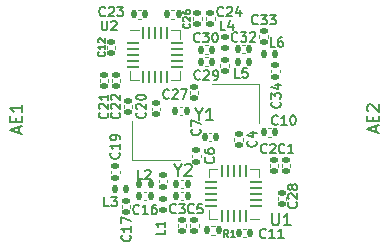
<source format=gbr>
%TF.GenerationSoftware,KiCad,Pcbnew,6.0.7-f9a2dced07~116~ubuntu20.04.1*%
%TF.CreationDate,2022-09-24T19:15:38+02:00*%
%TF.ProjectId,SRRReceiver,53525252-6563-4656-9976-65722e6b6963,rev?*%
%TF.SameCoordinates,Original*%
%TF.FileFunction,Legend,Top*%
%TF.FilePolarity,Positive*%
%FSLAX46Y46*%
G04 Gerber Fmt 4.6, Leading zero omitted, Abs format (unit mm)*
G04 Created by KiCad (PCBNEW 6.0.7-f9a2dced07~116~ubuntu20.04.1) date 2022-09-24 19:15:38*
%MOMM*%
%LPD*%
G01*
G04 APERTURE LIST*
G04 Aperture macros list*
%AMRoundRect*
0 Rectangle with rounded corners*
0 $1 Rounding radius*
0 $2 $3 $4 $5 $6 $7 $8 $9 X,Y pos of 4 corners*
0 Add a 4 corners polygon primitive as box body*
4,1,4,$2,$3,$4,$5,$6,$7,$8,$9,$2,$3,0*
0 Add four circle primitives for the rounded corners*
1,1,$1+$1,$2,$3*
1,1,$1+$1,$4,$5*
1,1,$1+$1,$6,$7*
1,1,$1+$1,$8,$9*
0 Add four rect primitives between the rounded corners*
20,1,$1+$1,$2,$3,$4,$5,0*
20,1,$1+$1,$4,$5,$6,$7,0*
20,1,$1+$1,$6,$7,$8,$9,0*
20,1,$1+$1,$8,$9,$2,$3,0*%
G04 Aperture macros list end*
%ADD10C,0.150000*%
%ADD11C,0.120000*%
%ADD12R,1.400000X1.200000*%
%ADD13RoundRect,0.140000X0.170000X-0.140000X0.170000X0.140000X-0.170000X0.140000X-0.170000X-0.140000X0*%
%ADD14RoundRect,0.140000X-0.170000X0.140000X-0.170000X-0.140000X0.170000X-0.140000X0.170000X0.140000X0*%
%ADD15RoundRect,0.140000X-0.140000X-0.170000X0.140000X-0.170000X0.140000X0.170000X-0.140000X0.170000X0*%
%ADD16RoundRect,0.147500X0.147500X0.172500X-0.147500X0.172500X-0.147500X-0.172500X0.147500X-0.172500X0*%
%ADD17RoundRect,0.140000X0.140000X0.170000X-0.140000X0.170000X-0.140000X-0.170000X0.140000X-0.170000X0*%
%ADD18RoundRect,0.062500X-0.425000X-0.062500X0.425000X-0.062500X0.425000X0.062500X-0.425000X0.062500X0*%
%ADD19RoundRect,0.062500X-0.062500X-0.425000X0.062500X-0.425000X0.062500X0.425000X-0.062500X0.425000X0*%
%ADD20R,2.400000X2.400000*%
%ADD21RoundRect,0.062500X0.425000X0.062500X-0.425000X0.062500X-0.425000X-0.062500X0.425000X-0.062500X0*%
%ADD22RoundRect,0.062500X0.062500X0.425000X-0.062500X0.425000X-0.062500X-0.425000X0.062500X-0.425000X0*%
%ADD23RoundRect,0.147500X-0.147500X-0.172500X0.147500X-0.172500X0.147500X0.172500X-0.147500X0.172500X0*%
%ADD24RoundRect,0.147500X0.172500X-0.147500X0.172500X0.147500X-0.172500X0.147500X-0.172500X-0.147500X0*%
%ADD25RoundRect,0.135000X-0.135000X-0.185000X0.135000X-0.185000X0.135000X0.185000X-0.135000X0.185000X0*%
%ADD26RoundRect,0.147500X-0.172500X0.147500X-0.172500X-0.147500X0.172500X-0.147500X0.172500X0.147500X0*%
%ADD27RoundRect,0.135000X0.135000X0.185000X-0.135000X0.185000X-0.135000X-0.185000X0.135000X-0.185000X0*%
G04 APERTURE END LIST*
D10*
%TO.C,Y2*%
X122823809Y-93576190D02*
X122823809Y-94052380D01*
X122490476Y-93052380D02*
X122823809Y-93576190D01*
X123157142Y-93052380D01*
X123442857Y-93147619D02*
X123490476Y-93100000D01*
X123585714Y-93052380D01*
X123823809Y-93052380D01*
X123919047Y-93100000D01*
X123966666Y-93147619D01*
X124014285Y-93242857D01*
X124014285Y-93338095D01*
X123966666Y-93480952D01*
X123395238Y-94052380D01*
X124014285Y-94052380D01*
%TO.C,Y1*%
X124623809Y-88876190D02*
X124623809Y-89352380D01*
X124290476Y-88352380D02*
X124623809Y-88876190D01*
X124957142Y-88352380D01*
X125814285Y-89352380D02*
X125242857Y-89352380D01*
X125528571Y-89352380D02*
X125528571Y-88352380D01*
X125433333Y-88495238D01*
X125338095Y-88590476D01*
X125242857Y-88638095D01*
%TO.C,C5*%
X124166666Y-97185714D02*
X124128571Y-97223809D01*
X124014285Y-97261904D01*
X123938095Y-97261904D01*
X123823809Y-97223809D01*
X123747619Y-97147619D01*
X123709523Y-97071428D01*
X123671428Y-96919047D01*
X123671428Y-96804761D01*
X123709523Y-96652380D01*
X123747619Y-96576190D01*
X123823809Y-96500000D01*
X123938095Y-96461904D01*
X124014285Y-96461904D01*
X124128571Y-96500000D01*
X124166666Y-96538095D01*
X124890476Y-96461904D02*
X124509523Y-96461904D01*
X124471428Y-96842857D01*
X124509523Y-96804761D01*
X124585714Y-96766666D01*
X124776190Y-96766666D01*
X124852380Y-96804761D01*
X124890476Y-96842857D01*
X124928571Y-96919047D01*
X124928571Y-97109523D01*
X124890476Y-97185714D01*
X124852380Y-97223809D01*
X124776190Y-97261904D01*
X124585714Y-97261904D01*
X124509523Y-97223809D01*
X124471428Y-97185714D01*
%TO.C,C6*%
X125845714Y-92521487D02*
X125883809Y-92559582D01*
X125921904Y-92673868D01*
X125921904Y-92750058D01*
X125883809Y-92864344D01*
X125807619Y-92940534D01*
X125731428Y-92978630D01*
X125579047Y-93016725D01*
X125464761Y-93016725D01*
X125312380Y-92978630D01*
X125236190Y-92940534D01*
X125160000Y-92864344D01*
X125121904Y-92750058D01*
X125121904Y-92673868D01*
X125160000Y-92559582D01*
X125198095Y-92521487D01*
X125121904Y-91835773D02*
X125121904Y-91988154D01*
X125160000Y-92064344D01*
X125198095Y-92102439D01*
X125312380Y-92178630D01*
X125464761Y-92216725D01*
X125769523Y-92216725D01*
X125845714Y-92178630D01*
X125883809Y-92140534D01*
X125921904Y-92064344D01*
X125921904Y-91911963D01*
X125883809Y-91835773D01*
X125845714Y-91797677D01*
X125769523Y-91759582D01*
X125579047Y-91759582D01*
X125502857Y-91797677D01*
X125464761Y-91835773D01*
X125426666Y-91911963D01*
X125426666Y-92064344D01*
X125464761Y-92140534D01*
X125502857Y-92178630D01*
X125579047Y-92216725D01*
%TO.C,C7*%
X124685714Y-90133333D02*
X124723809Y-90171428D01*
X124761904Y-90285714D01*
X124761904Y-90361904D01*
X124723809Y-90476190D01*
X124647619Y-90552380D01*
X124571428Y-90590476D01*
X124419047Y-90628571D01*
X124304761Y-90628571D01*
X124152380Y-90590476D01*
X124076190Y-90552380D01*
X124000000Y-90476190D01*
X123961904Y-90361904D01*
X123961904Y-90285714D01*
X124000000Y-90171428D01*
X124038095Y-90133333D01*
X123961904Y-89866666D02*
X123961904Y-89333333D01*
X124761904Y-89676190D01*
%TO.C,C32*%
X127885714Y-82635714D02*
X127847619Y-82673809D01*
X127733333Y-82711904D01*
X127657142Y-82711904D01*
X127542857Y-82673809D01*
X127466666Y-82597619D01*
X127428571Y-82521428D01*
X127390476Y-82369047D01*
X127390476Y-82254761D01*
X127428571Y-82102380D01*
X127466666Y-82026190D01*
X127542857Y-81950000D01*
X127657142Y-81911904D01*
X127733333Y-81911904D01*
X127847619Y-81950000D01*
X127885714Y-81988095D01*
X128152380Y-81911904D02*
X128647619Y-81911904D01*
X128380952Y-82216666D01*
X128495238Y-82216666D01*
X128571428Y-82254761D01*
X128609523Y-82292857D01*
X128647619Y-82369047D01*
X128647619Y-82559523D01*
X128609523Y-82635714D01*
X128571428Y-82673809D01*
X128495238Y-82711904D01*
X128266666Y-82711904D01*
X128190476Y-82673809D01*
X128152380Y-82635714D01*
X128952380Y-81988095D02*
X128990476Y-81950000D01*
X129066666Y-81911904D01*
X129257142Y-81911904D01*
X129333333Y-81950000D01*
X129371428Y-81988095D01*
X129409523Y-82064285D01*
X129409523Y-82140476D01*
X129371428Y-82254761D01*
X128914285Y-82711904D01*
X129409523Y-82711904D01*
%TO.C,L6*%
X131066666Y-83161904D02*
X130685714Y-83161904D01*
X130685714Y-82361904D01*
X131676190Y-82361904D02*
X131523809Y-82361904D01*
X131447619Y-82400000D01*
X131409523Y-82438095D01*
X131333333Y-82552380D01*
X131295238Y-82704761D01*
X131295238Y-83009523D01*
X131333333Y-83085714D01*
X131371428Y-83123809D01*
X131447619Y-83161904D01*
X131600000Y-83161904D01*
X131676190Y-83123809D01*
X131714285Y-83085714D01*
X131752380Y-83009523D01*
X131752380Y-82819047D01*
X131714285Y-82742857D01*
X131676190Y-82704761D01*
X131600000Y-82666666D01*
X131447619Y-82666666D01*
X131371428Y-82704761D01*
X131333333Y-82742857D01*
X131295238Y-82819047D01*
%TO.C,L5*%
X128066666Y-85761904D02*
X127685714Y-85761904D01*
X127685714Y-84961904D01*
X128714285Y-84961904D02*
X128333333Y-84961904D01*
X128295238Y-85342857D01*
X128333333Y-85304761D01*
X128409523Y-85266666D01*
X128600000Y-85266666D01*
X128676190Y-85304761D01*
X128714285Y-85342857D01*
X128752380Y-85419047D01*
X128752380Y-85609523D01*
X128714285Y-85685714D01*
X128676190Y-85723809D01*
X128600000Y-85761904D01*
X128409523Y-85761904D01*
X128333333Y-85723809D01*
X128295238Y-85685714D01*
%TO.C,AE2*%
X139576666Y-90366666D02*
X139576666Y-89890476D01*
X139862380Y-90461904D02*
X138862380Y-90128571D01*
X139862380Y-89795238D01*
X139338571Y-89461904D02*
X139338571Y-89128571D01*
X139862380Y-88985714D02*
X139862380Y-89461904D01*
X138862380Y-89461904D01*
X138862380Y-88985714D01*
X138957619Y-88604761D02*
X138910000Y-88557142D01*
X138862380Y-88461904D01*
X138862380Y-88223809D01*
X138910000Y-88128571D01*
X138957619Y-88080952D01*
X139052857Y-88033333D01*
X139148095Y-88033333D01*
X139290952Y-88080952D01*
X139862380Y-88652380D01*
X139862380Y-88033333D01*
%TO.C,U2*%
X116390476Y-80961904D02*
X116390476Y-81609523D01*
X116428571Y-81685714D01*
X116466666Y-81723809D01*
X116542857Y-81761904D01*
X116695238Y-81761904D01*
X116771428Y-81723809D01*
X116809523Y-81685714D01*
X116847619Y-81609523D01*
X116847619Y-80961904D01*
X117190476Y-81038095D02*
X117228571Y-81000000D01*
X117304761Y-80961904D01*
X117495238Y-80961904D01*
X117571428Y-81000000D01*
X117609523Y-81038095D01*
X117647619Y-81114285D01*
X117647619Y-81190476D01*
X117609523Y-81304761D01*
X117152380Y-81761904D01*
X117647619Y-81761904D01*
%TO.C,C33*%
X129585714Y-81185714D02*
X129547619Y-81223809D01*
X129433333Y-81261904D01*
X129357142Y-81261904D01*
X129242857Y-81223809D01*
X129166666Y-81147619D01*
X129128571Y-81071428D01*
X129090476Y-80919047D01*
X129090476Y-80804761D01*
X129128571Y-80652380D01*
X129166666Y-80576190D01*
X129242857Y-80500000D01*
X129357142Y-80461904D01*
X129433333Y-80461904D01*
X129547619Y-80500000D01*
X129585714Y-80538095D01*
X129852380Y-80461904D02*
X130347619Y-80461904D01*
X130080952Y-80766666D01*
X130195238Y-80766666D01*
X130271428Y-80804761D01*
X130309523Y-80842857D01*
X130347619Y-80919047D01*
X130347619Y-81109523D01*
X130309523Y-81185714D01*
X130271428Y-81223809D01*
X130195238Y-81261904D01*
X129966666Y-81261904D01*
X129890476Y-81223809D01*
X129852380Y-81185714D01*
X130614285Y-80461904D02*
X131109523Y-80461904D01*
X130842857Y-80766666D01*
X130957142Y-80766666D01*
X131033333Y-80804761D01*
X131071428Y-80842857D01*
X131109523Y-80919047D01*
X131109523Y-81109523D01*
X131071428Y-81185714D01*
X131033333Y-81223809D01*
X130957142Y-81261904D01*
X130728571Y-81261904D01*
X130652380Y-81223809D01*
X130614285Y-81185714D01*
%TO.C,C2*%
X130366666Y-92085714D02*
X130328571Y-92123809D01*
X130214285Y-92161904D01*
X130138095Y-92161904D01*
X130023809Y-92123809D01*
X129947619Y-92047619D01*
X129909523Y-91971428D01*
X129871428Y-91819047D01*
X129871428Y-91704761D01*
X129909523Y-91552380D01*
X129947619Y-91476190D01*
X130023809Y-91400000D01*
X130138095Y-91361904D01*
X130214285Y-91361904D01*
X130328571Y-91400000D01*
X130366666Y-91438095D01*
X130671428Y-91438095D02*
X130709523Y-91400000D01*
X130785714Y-91361904D01*
X130976190Y-91361904D01*
X131052380Y-91400000D01*
X131090476Y-91438095D01*
X131128571Y-91514285D01*
X131128571Y-91590476D01*
X131090476Y-91704761D01*
X130633333Y-92161904D01*
X131128571Y-92161904D01*
%TO.C,C28*%
X132885714Y-96314285D02*
X132923809Y-96352380D01*
X132961904Y-96466666D01*
X132961904Y-96542857D01*
X132923809Y-96657142D01*
X132847619Y-96733333D01*
X132771428Y-96771428D01*
X132619047Y-96809523D01*
X132504761Y-96809523D01*
X132352380Y-96771428D01*
X132276190Y-96733333D01*
X132200000Y-96657142D01*
X132161904Y-96542857D01*
X132161904Y-96466666D01*
X132200000Y-96352380D01*
X132238095Y-96314285D01*
X132238095Y-96009523D02*
X132200000Y-95971428D01*
X132161904Y-95895238D01*
X132161904Y-95704761D01*
X132200000Y-95628571D01*
X132238095Y-95590476D01*
X132314285Y-95552380D01*
X132390476Y-95552380D01*
X132504761Y-95590476D01*
X132961904Y-96047619D01*
X132961904Y-95552380D01*
X132504761Y-95095238D02*
X132466666Y-95171428D01*
X132428571Y-95209523D01*
X132352380Y-95247619D01*
X132314285Y-95247619D01*
X132238095Y-95209523D01*
X132200000Y-95171428D01*
X132161904Y-95095238D01*
X132161904Y-94942857D01*
X132200000Y-94866666D01*
X132238095Y-94828571D01*
X132314285Y-94790476D01*
X132352380Y-94790476D01*
X132428571Y-94828571D01*
X132466666Y-94866666D01*
X132504761Y-94942857D01*
X132504761Y-95095238D01*
X132542857Y-95171428D01*
X132580952Y-95209523D01*
X132657142Y-95247619D01*
X132809523Y-95247619D01*
X132885714Y-95209523D01*
X132923809Y-95171428D01*
X132961904Y-95095238D01*
X132961904Y-94942857D01*
X132923809Y-94866666D01*
X132885714Y-94828571D01*
X132809523Y-94790476D01*
X132657142Y-94790476D01*
X132580952Y-94828571D01*
X132542857Y-94866666D01*
X132504761Y-94942857D01*
%TO.C,U1*%
X130838095Y-97252380D02*
X130838095Y-98061904D01*
X130885714Y-98157142D01*
X130933333Y-98204761D01*
X131028571Y-98252380D01*
X131219047Y-98252380D01*
X131314285Y-98204761D01*
X131361904Y-98157142D01*
X131409523Y-98061904D01*
X131409523Y-97252380D01*
X132409523Y-98252380D02*
X131838095Y-98252380D01*
X132123809Y-98252380D02*
X132123809Y-97252380D01*
X132028571Y-97395238D01*
X131933333Y-97490476D01*
X131838095Y-97538095D01*
%TO.C,L2*%
X119857916Y-94361904D02*
X119476964Y-94361904D01*
X119476964Y-93561904D01*
X120086488Y-93638095D02*
X120124583Y-93600000D01*
X120200773Y-93561904D01*
X120391250Y-93561904D01*
X120467440Y-93600000D01*
X120505535Y-93638095D01*
X120543630Y-93714285D01*
X120543630Y-93790476D01*
X120505535Y-93904761D01*
X120048392Y-94361904D01*
X120543630Y-94361904D01*
%TO.C,C21*%
X116885714Y-88714285D02*
X116923809Y-88752380D01*
X116961904Y-88866666D01*
X116961904Y-88942857D01*
X116923809Y-89057142D01*
X116847619Y-89133333D01*
X116771428Y-89171428D01*
X116619047Y-89209523D01*
X116504761Y-89209523D01*
X116352380Y-89171428D01*
X116276190Y-89133333D01*
X116200000Y-89057142D01*
X116161904Y-88942857D01*
X116161904Y-88866666D01*
X116200000Y-88752380D01*
X116238095Y-88714285D01*
X116238095Y-88409523D02*
X116200000Y-88371428D01*
X116161904Y-88295238D01*
X116161904Y-88104761D01*
X116200000Y-88028571D01*
X116238095Y-87990476D01*
X116314285Y-87952380D01*
X116390476Y-87952380D01*
X116504761Y-87990476D01*
X116961904Y-88447619D01*
X116961904Y-87952380D01*
X116961904Y-87190476D02*
X116961904Y-87647619D01*
X116961904Y-87419047D02*
X116161904Y-87419047D01*
X116276190Y-87495238D01*
X116352380Y-87571428D01*
X116390476Y-87647619D01*
%TO.C,C24*%
X126685714Y-80485714D02*
X126647619Y-80523809D01*
X126533333Y-80561904D01*
X126457142Y-80561904D01*
X126342857Y-80523809D01*
X126266666Y-80447619D01*
X126228571Y-80371428D01*
X126190476Y-80219047D01*
X126190476Y-80104761D01*
X126228571Y-79952380D01*
X126266666Y-79876190D01*
X126342857Y-79800000D01*
X126457142Y-79761904D01*
X126533333Y-79761904D01*
X126647619Y-79800000D01*
X126685714Y-79838095D01*
X126990476Y-79838095D02*
X127028571Y-79800000D01*
X127104761Y-79761904D01*
X127295238Y-79761904D01*
X127371428Y-79800000D01*
X127409523Y-79838095D01*
X127447619Y-79914285D01*
X127447619Y-79990476D01*
X127409523Y-80104761D01*
X126952380Y-80561904D01*
X127447619Y-80561904D01*
X128133333Y-80028571D02*
X128133333Y-80561904D01*
X127942857Y-79723809D02*
X127752380Y-80295238D01*
X128247619Y-80295238D01*
%TO.C,C20*%
X120045714Y-88714285D02*
X120083809Y-88752380D01*
X120121904Y-88866666D01*
X120121904Y-88942857D01*
X120083809Y-89057142D01*
X120007619Y-89133333D01*
X119931428Y-89171428D01*
X119779047Y-89209523D01*
X119664761Y-89209523D01*
X119512380Y-89171428D01*
X119436190Y-89133333D01*
X119360000Y-89057142D01*
X119321904Y-88942857D01*
X119321904Y-88866666D01*
X119360000Y-88752380D01*
X119398095Y-88714285D01*
X119398095Y-88409523D02*
X119360000Y-88371428D01*
X119321904Y-88295238D01*
X119321904Y-88104761D01*
X119360000Y-88028571D01*
X119398095Y-87990476D01*
X119474285Y-87952380D01*
X119550476Y-87952380D01*
X119664761Y-87990476D01*
X120121904Y-88447619D01*
X120121904Y-87952380D01*
X119321904Y-87457142D02*
X119321904Y-87380952D01*
X119360000Y-87304761D01*
X119398095Y-87266666D01*
X119474285Y-87228571D01*
X119626666Y-87190476D01*
X119817142Y-87190476D01*
X119969523Y-87228571D01*
X120045714Y-87266666D01*
X120083809Y-87304761D01*
X120121904Y-87380952D01*
X120121904Y-87457142D01*
X120083809Y-87533333D01*
X120045714Y-87571428D01*
X119969523Y-87609523D01*
X119817142Y-87647619D01*
X119626666Y-87647619D01*
X119474285Y-87609523D01*
X119398095Y-87571428D01*
X119360000Y-87533333D01*
X119321904Y-87457142D01*
%TO.C,C19*%
X117835714Y-92114285D02*
X117873809Y-92152380D01*
X117911904Y-92266666D01*
X117911904Y-92342857D01*
X117873809Y-92457142D01*
X117797619Y-92533333D01*
X117721428Y-92571428D01*
X117569047Y-92609523D01*
X117454761Y-92609523D01*
X117302380Y-92571428D01*
X117226190Y-92533333D01*
X117150000Y-92457142D01*
X117111904Y-92342857D01*
X117111904Y-92266666D01*
X117150000Y-92152380D01*
X117188095Y-92114285D01*
X117911904Y-91352380D02*
X117911904Y-91809523D01*
X117911904Y-91580952D02*
X117111904Y-91580952D01*
X117226190Y-91657142D01*
X117302380Y-91733333D01*
X117340476Y-91809523D01*
X117911904Y-90971428D02*
X117911904Y-90819047D01*
X117873809Y-90742857D01*
X117835714Y-90704761D01*
X117721428Y-90628571D01*
X117569047Y-90590476D01*
X117264285Y-90590476D01*
X117188095Y-90628571D01*
X117150000Y-90666666D01*
X117111904Y-90742857D01*
X117111904Y-90895238D01*
X117150000Y-90971428D01*
X117188095Y-91009523D01*
X117264285Y-91047619D01*
X117454761Y-91047619D01*
X117530952Y-91009523D01*
X117569047Y-90971428D01*
X117607142Y-90895238D01*
X117607142Y-90742857D01*
X117569047Y-90666666D01*
X117530952Y-90628571D01*
X117454761Y-90590476D01*
%TO.C,C1*%
X131866666Y-92085714D02*
X131828571Y-92123809D01*
X131714285Y-92161904D01*
X131638095Y-92161904D01*
X131523809Y-92123809D01*
X131447619Y-92047619D01*
X131409523Y-91971428D01*
X131371428Y-91819047D01*
X131371428Y-91704761D01*
X131409523Y-91552380D01*
X131447619Y-91476190D01*
X131523809Y-91400000D01*
X131638095Y-91361904D01*
X131714285Y-91361904D01*
X131828571Y-91400000D01*
X131866666Y-91438095D01*
X132628571Y-92161904D02*
X132171428Y-92161904D01*
X132400000Y-92161904D02*
X132400000Y-91361904D01*
X132323809Y-91476190D01*
X132247619Y-91552380D01*
X132171428Y-91590476D01*
%TO.C,C12*%
X116614285Y-83585714D02*
X116642857Y-83614285D01*
X116671428Y-83700000D01*
X116671428Y-83757142D01*
X116642857Y-83842857D01*
X116585714Y-83900000D01*
X116528571Y-83928571D01*
X116414285Y-83957142D01*
X116328571Y-83957142D01*
X116214285Y-83928571D01*
X116157142Y-83900000D01*
X116100000Y-83842857D01*
X116071428Y-83757142D01*
X116071428Y-83700000D01*
X116100000Y-83614285D01*
X116128571Y-83585714D01*
X116671428Y-83014285D02*
X116671428Y-83357142D01*
X116671428Y-83185714D02*
X116071428Y-83185714D01*
X116157142Y-83242857D01*
X116214285Y-83300000D01*
X116242857Y-83357142D01*
X116128571Y-82785714D02*
X116100000Y-82757142D01*
X116071428Y-82700000D01*
X116071428Y-82557142D01*
X116100000Y-82500000D01*
X116128571Y-82471428D01*
X116185714Y-82442857D01*
X116242857Y-82442857D01*
X116328571Y-82471428D01*
X116671428Y-82814285D01*
X116671428Y-82442857D01*
%TO.C,C11*%
X130285714Y-99273214D02*
X130247619Y-99311309D01*
X130133333Y-99349404D01*
X130057142Y-99349404D01*
X129942857Y-99311309D01*
X129866666Y-99235119D01*
X129828571Y-99158928D01*
X129790476Y-99006547D01*
X129790476Y-98892261D01*
X129828571Y-98739880D01*
X129866666Y-98663690D01*
X129942857Y-98587500D01*
X130057142Y-98549404D01*
X130133333Y-98549404D01*
X130247619Y-98587500D01*
X130285714Y-98625595D01*
X131047619Y-99349404D02*
X130590476Y-99349404D01*
X130819047Y-99349404D02*
X130819047Y-98549404D01*
X130742857Y-98663690D01*
X130666666Y-98739880D01*
X130590476Y-98777976D01*
X131809523Y-99349404D02*
X131352380Y-99349404D01*
X131580952Y-99349404D02*
X131580952Y-98549404D01*
X131504761Y-98663690D01*
X131428571Y-98739880D01*
X131352380Y-98777976D01*
%TO.C,C27*%
X122085714Y-87485714D02*
X122047619Y-87523809D01*
X121933333Y-87561904D01*
X121857142Y-87561904D01*
X121742857Y-87523809D01*
X121666666Y-87447619D01*
X121628571Y-87371428D01*
X121590476Y-87219047D01*
X121590476Y-87104761D01*
X121628571Y-86952380D01*
X121666666Y-86876190D01*
X121742857Y-86800000D01*
X121857142Y-86761904D01*
X121933333Y-86761904D01*
X122047619Y-86800000D01*
X122085714Y-86838095D01*
X122390476Y-86838095D02*
X122428571Y-86800000D01*
X122504761Y-86761904D01*
X122695238Y-86761904D01*
X122771428Y-86800000D01*
X122809523Y-86838095D01*
X122847619Y-86914285D01*
X122847619Y-86990476D01*
X122809523Y-87104761D01*
X122352380Y-87561904D01*
X122847619Y-87561904D01*
X123114285Y-86761904D02*
X123647619Y-86761904D01*
X123304761Y-87561904D01*
%TO.C,C3*%
X122666666Y-97185714D02*
X122628571Y-97223809D01*
X122514285Y-97261904D01*
X122438095Y-97261904D01*
X122323809Y-97223809D01*
X122247619Y-97147619D01*
X122209523Y-97071428D01*
X122171428Y-96919047D01*
X122171428Y-96804761D01*
X122209523Y-96652380D01*
X122247619Y-96576190D01*
X122323809Y-96500000D01*
X122438095Y-96461904D01*
X122514285Y-96461904D01*
X122628571Y-96500000D01*
X122666666Y-96538095D01*
X122933333Y-96461904D02*
X123428571Y-96461904D01*
X123161904Y-96766666D01*
X123276190Y-96766666D01*
X123352380Y-96804761D01*
X123390476Y-96842857D01*
X123428571Y-96919047D01*
X123428571Y-97109523D01*
X123390476Y-97185714D01*
X123352380Y-97223809D01*
X123276190Y-97261904D01*
X123047619Y-97261904D01*
X122971428Y-97223809D01*
X122933333Y-97185714D01*
%TO.C,C10*%
X131285714Y-89685714D02*
X131247619Y-89723809D01*
X131133333Y-89761904D01*
X131057142Y-89761904D01*
X130942857Y-89723809D01*
X130866666Y-89647619D01*
X130828571Y-89571428D01*
X130790476Y-89419047D01*
X130790476Y-89304761D01*
X130828571Y-89152380D01*
X130866666Y-89076190D01*
X130942857Y-89000000D01*
X131057142Y-88961904D01*
X131133333Y-88961904D01*
X131247619Y-89000000D01*
X131285714Y-89038095D01*
X132047619Y-89761904D02*
X131590476Y-89761904D01*
X131819047Y-89761904D02*
X131819047Y-88961904D01*
X131742857Y-89076190D01*
X131666666Y-89152380D01*
X131590476Y-89190476D01*
X132542857Y-88961904D02*
X132619047Y-88961904D01*
X132695238Y-89000000D01*
X132733333Y-89038095D01*
X132771428Y-89114285D01*
X132809523Y-89266666D01*
X132809523Y-89457142D01*
X132771428Y-89609523D01*
X132733333Y-89685714D01*
X132695238Y-89723809D01*
X132619047Y-89761904D01*
X132542857Y-89761904D01*
X132466666Y-89723809D01*
X132428571Y-89685714D01*
X132390476Y-89609523D01*
X132352380Y-89457142D01*
X132352380Y-89266666D01*
X132390476Y-89114285D01*
X132428571Y-89038095D01*
X132466666Y-89000000D01*
X132542857Y-88961904D01*
%TO.C,C29*%
X124735714Y-85845714D02*
X124697619Y-85883809D01*
X124583333Y-85921904D01*
X124507142Y-85921904D01*
X124392857Y-85883809D01*
X124316666Y-85807619D01*
X124278571Y-85731428D01*
X124240476Y-85579047D01*
X124240476Y-85464761D01*
X124278571Y-85312380D01*
X124316666Y-85236190D01*
X124392857Y-85160000D01*
X124507142Y-85121904D01*
X124583333Y-85121904D01*
X124697619Y-85160000D01*
X124735714Y-85198095D01*
X125040476Y-85198095D02*
X125078571Y-85160000D01*
X125154761Y-85121904D01*
X125345238Y-85121904D01*
X125421428Y-85160000D01*
X125459523Y-85198095D01*
X125497619Y-85274285D01*
X125497619Y-85350476D01*
X125459523Y-85464761D01*
X125002380Y-85921904D01*
X125497619Y-85921904D01*
X125878571Y-85921904D02*
X126030952Y-85921904D01*
X126107142Y-85883809D01*
X126145238Y-85845714D01*
X126221428Y-85731428D01*
X126259523Y-85579047D01*
X126259523Y-85274285D01*
X126221428Y-85198095D01*
X126183333Y-85160000D01*
X126107142Y-85121904D01*
X125954761Y-85121904D01*
X125878571Y-85160000D01*
X125840476Y-85198095D01*
X125802380Y-85274285D01*
X125802380Y-85464761D01*
X125840476Y-85540952D01*
X125878571Y-85579047D01*
X125954761Y-85617142D01*
X126107142Y-85617142D01*
X126183333Y-85579047D01*
X126221428Y-85540952D01*
X126259523Y-85464761D01*
%TO.C,C4*%
X129424464Y-91121487D02*
X129462559Y-91159582D01*
X129500654Y-91273868D01*
X129500654Y-91350058D01*
X129462559Y-91464344D01*
X129386369Y-91540534D01*
X129310178Y-91578630D01*
X129157797Y-91616725D01*
X129043511Y-91616725D01*
X128891130Y-91578630D01*
X128814940Y-91540534D01*
X128738750Y-91464344D01*
X128700654Y-91350058D01*
X128700654Y-91273868D01*
X128738750Y-91159582D01*
X128776845Y-91121487D01*
X128967321Y-90435773D02*
X129500654Y-90435773D01*
X128662559Y-90626249D02*
X129233988Y-90816725D01*
X129233988Y-90321487D01*
%TO.C,C16*%
X119544464Y-97245714D02*
X119506369Y-97283809D01*
X119392083Y-97321904D01*
X119315892Y-97321904D01*
X119201607Y-97283809D01*
X119125416Y-97207619D01*
X119087321Y-97131428D01*
X119049226Y-96979047D01*
X119049226Y-96864761D01*
X119087321Y-96712380D01*
X119125416Y-96636190D01*
X119201607Y-96560000D01*
X119315892Y-96521904D01*
X119392083Y-96521904D01*
X119506369Y-96560000D01*
X119544464Y-96598095D01*
X120306369Y-97321904D02*
X119849226Y-97321904D01*
X120077797Y-97321904D02*
X120077797Y-96521904D01*
X120001607Y-96636190D01*
X119925416Y-96712380D01*
X119849226Y-96750476D01*
X120992083Y-96521904D02*
X120839702Y-96521904D01*
X120763511Y-96560000D01*
X120725416Y-96598095D01*
X120649226Y-96712380D01*
X120611130Y-96864761D01*
X120611130Y-97169523D01*
X120649226Y-97245714D01*
X120687321Y-97283809D01*
X120763511Y-97321904D01*
X120915892Y-97321904D01*
X120992083Y-97283809D01*
X121030178Y-97245714D01*
X121068273Y-97169523D01*
X121068273Y-96979047D01*
X121030178Y-96902857D01*
X120992083Y-96864761D01*
X120915892Y-96826666D01*
X120763511Y-96826666D01*
X120687321Y-96864761D01*
X120649226Y-96902857D01*
X120611130Y-96979047D01*
%TO.C,L4*%
X126866666Y-81761904D02*
X126485714Y-81761904D01*
X126485714Y-80961904D01*
X127476190Y-81228571D02*
X127476190Y-81761904D01*
X127285714Y-80923809D02*
X127095238Y-81495238D01*
X127590476Y-81495238D01*
%TO.C,C30*%
X124685714Y-82685714D02*
X124647619Y-82723809D01*
X124533333Y-82761904D01*
X124457142Y-82761904D01*
X124342857Y-82723809D01*
X124266666Y-82647619D01*
X124228571Y-82571428D01*
X124190476Y-82419047D01*
X124190476Y-82304761D01*
X124228571Y-82152380D01*
X124266666Y-82076190D01*
X124342857Y-82000000D01*
X124457142Y-81961904D01*
X124533333Y-81961904D01*
X124647619Y-82000000D01*
X124685714Y-82038095D01*
X124952380Y-81961904D02*
X125447619Y-81961904D01*
X125180952Y-82266666D01*
X125295238Y-82266666D01*
X125371428Y-82304761D01*
X125409523Y-82342857D01*
X125447619Y-82419047D01*
X125447619Y-82609523D01*
X125409523Y-82685714D01*
X125371428Y-82723809D01*
X125295238Y-82761904D01*
X125066666Y-82761904D01*
X124990476Y-82723809D01*
X124952380Y-82685714D01*
X125942857Y-81961904D02*
X126019047Y-81961904D01*
X126095238Y-82000000D01*
X126133333Y-82038095D01*
X126171428Y-82114285D01*
X126209523Y-82266666D01*
X126209523Y-82457142D01*
X126171428Y-82609523D01*
X126133333Y-82685714D01*
X126095238Y-82723809D01*
X126019047Y-82761904D01*
X125942857Y-82761904D01*
X125866666Y-82723809D01*
X125828571Y-82685714D01*
X125790476Y-82609523D01*
X125752380Y-82457142D01*
X125752380Y-82266666D01*
X125790476Y-82114285D01*
X125828571Y-82038095D01*
X125866666Y-82000000D01*
X125942857Y-81961904D01*
%TO.C,C23*%
X116685714Y-80485714D02*
X116647619Y-80523809D01*
X116533333Y-80561904D01*
X116457142Y-80561904D01*
X116342857Y-80523809D01*
X116266666Y-80447619D01*
X116228571Y-80371428D01*
X116190476Y-80219047D01*
X116190476Y-80104761D01*
X116228571Y-79952380D01*
X116266666Y-79876190D01*
X116342857Y-79800000D01*
X116457142Y-79761904D01*
X116533333Y-79761904D01*
X116647619Y-79800000D01*
X116685714Y-79838095D01*
X116990476Y-79838095D02*
X117028571Y-79800000D01*
X117104761Y-79761904D01*
X117295238Y-79761904D01*
X117371428Y-79800000D01*
X117409523Y-79838095D01*
X117447619Y-79914285D01*
X117447619Y-79990476D01*
X117409523Y-80104761D01*
X116952380Y-80561904D01*
X117447619Y-80561904D01*
X117714285Y-79761904D02*
X118209523Y-79761904D01*
X117942857Y-80066666D01*
X118057142Y-80066666D01*
X118133333Y-80104761D01*
X118171428Y-80142857D01*
X118209523Y-80219047D01*
X118209523Y-80409523D01*
X118171428Y-80485714D01*
X118133333Y-80523809D01*
X118057142Y-80561904D01*
X117828571Y-80561904D01*
X117752380Y-80523809D01*
X117714285Y-80485714D01*
%TO.C,C26*%
X123814285Y-81185714D02*
X123842857Y-81214285D01*
X123871428Y-81300000D01*
X123871428Y-81357142D01*
X123842857Y-81442857D01*
X123785714Y-81500000D01*
X123728571Y-81528571D01*
X123614285Y-81557142D01*
X123528571Y-81557142D01*
X123414285Y-81528571D01*
X123357142Y-81500000D01*
X123300000Y-81442857D01*
X123271428Y-81357142D01*
X123271428Y-81300000D01*
X123300000Y-81214285D01*
X123328571Y-81185714D01*
X123328571Y-80957142D02*
X123300000Y-80928571D01*
X123271428Y-80871428D01*
X123271428Y-80728571D01*
X123300000Y-80671428D01*
X123328571Y-80642857D01*
X123385714Y-80614285D01*
X123442857Y-80614285D01*
X123528571Y-80642857D01*
X123871428Y-80985714D01*
X123871428Y-80614285D01*
X123271428Y-80100000D02*
X123271428Y-80214285D01*
X123300000Y-80271428D01*
X123328571Y-80300000D01*
X123414285Y-80357142D01*
X123528571Y-80385714D01*
X123757142Y-80385714D01*
X123814285Y-80357142D01*
X123842857Y-80328571D01*
X123871428Y-80271428D01*
X123871428Y-80157142D01*
X123842857Y-80100000D01*
X123814285Y-80071428D01*
X123757142Y-80042857D01*
X123614285Y-80042857D01*
X123557142Y-80071428D01*
X123528571Y-80100000D01*
X123500000Y-80157142D01*
X123500000Y-80271428D01*
X123528571Y-80328571D01*
X123557142Y-80357142D01*
X123614285Y-80385714D01*
%TO.C,AE1*%
X109356666Y-90416666D02*
X109356666Y-89940476D01*
X109642380Y-90511904D02*
X108642380Y-90178571D01*
X109642380Y-89845238D01*
X109118571Y-89511904D02*
X109118571Y-89178571D01*
X109642380Y-89035714D02*
X109642380Y-89511904D01*
X108642380Y-89511904D01*
X108642380Y-89035714D01*
X109642380Y-88083333D02*
X109642380Y-88654761D01*
X109642380Y-88369047D02*
X108642380Y-88369047D01*
X108785238Y-88464285D01*
X108880476Y-88559523D01*
X108928095Y-88654761D01*
%TO.C,L1*%
X121761904Y-98633333D02*
X121761904Y-99014285D01*
X120961904Y-99014285D01*
X121761904Y-97947619D02*
X121761904Y-98404761D01*
X121761904Y-98176190D02*
X120961904Y-98176190D01*
X121076190Y-98252380D01*
X121152380Y-98328571D01*
X121190476Y-98404761D01*
%TO.C,C17*%
X118785714Y-99114285D02*
X118823809Y-99152380D01*
X118861904Y-99266666D01*
X118861904Y-99342857D01*
X118823809Y-99457142D01*
X118747619Y-99533333D01*
X118671428Y-99571428D01*
X118519047Y-99609523D01*
X118404761Y-99609523D01*
X118252380Y-99571428D01*
X118176190Y-99533333D01*
X118100000Y-99457142D01*
X118061904Y-99342857D01*
X118061904Y-99266666D01*
X118100000Y-99152380D01*
X118138095Y-99114285D01*
X118861904Y-98352380D02*
X118861904Y-98809523D01*
X118861904Y-98580952D02*
X118061904Y-98580952D01*
X118176190Y-98657142D01*
X118252380Y-98733333D01*
X118290476Y-98809523D01*
X118061904Y-98085714D02*
X118061904Y-97552380D01*
X118861904Y-97895238D01*
%TO.C,L3*%
X117007916Y-96661904D02*
X116626964Y-96661904D01*
X116626964Y-95861904D01*
X117198392Y-95861904D02*
X117693630Y-95861904D01*
X117426964Y-96166666D01*
X117541250Y-96166666D01*
X117617440Y-96204761D01*
X117655535Y-96242857D01*
X117693630Y-96319047D01*
X117693630Y-96509523D01*
X117655535Y-96585714D01*
X117617440Y-96623809D01*
X117541250Y-96661904D01*
X117312678Y-96661904D01*
X117236488Y-96623809D01*
X117198392Y-96585714D01*
%TO.C,C34*%
X131485714Y-87814285D02*
X131523809Y-87852380D01*
X131561904Y-87966666D01*
X131561904Y-88042857D01*
X131523809Y-88157142D01*
X131447619Y-88233333D01*
X131371428Y-88271428D01*
X131219047Y-88309523D01*
X131104761Y-88309523D01*
X130952380Y-88271428D01*
X130876190Y-88233333D01*
X130800000Y-88157142D01*
X130761904Y-88042857D01*
X130761904Y-87966666D01*
X130800000Y-87852380D01*
X130838095Y-87814285D01*
X130761904Y-87547619D02*
X130761904Y-87052380D01*
X131066666Y-87319047D01*
X131066666Y-87204761D01*
X131104761Y-87128571D01*
X131142857Y-87090476D01*
X131219047Y-87052380D01*
X131409523Y-87052380D01*
X131485714Y-87090476D01*
X131523809Y-87128571D01*
X131561904Y-87204761D01*
X131561904Y-87433333D01*
X131523809Y-87509523D01*
X131485714Y-87547619D01*
X131028571Y-86366666D02*
X131561904Y-86366666D01*
X130723809Y-86557142D02*
X131295238Y-86747619D01*
X131295238Y-86252380D01*
%TO.C,C22*%
X117885714Y-88714285D02*
X117923809Y-88752380D01*
X117961904Y-88866666D01*
X117961904Y-88942857D01*
X117923809Y-89057142D01*
X117847619Y-89133333D01*
X117771428Y-89171428D01*
X117619047Y-89209523D01*
X117504761Y-89209523D01*
X117352380Y-89171428D01*
X117276190Y-89133333D01*
X117200000Y-89057142D01*
X117161904Y-88942857D01*
X117161904Y-88866666D01*
X117200000Y-88752380D01*
X117238095Y-88714285D01*
X117238095Y-88409523D02*
X117200000Y-88371428D01*
X117161904Y-88295238D01*
X117161904Y-88104761D01*
X117200000Y-88028571D01*
X117238095Y-87990476D01*
X117314285Y-87952380D01*
X117390476Y-87952380D01*
X117504761Y-87990476D01*
X117961904Y-88447619D01*
X117961904Y-87952380D01*
X117238095Y-87647619D02*
X117200000Y-87609523D01*
X117161904Y-87533333D01*
X117161904Y-87342857D01*
X117200000Y-87266666D01*
X117238095Y-87228571D01*
X117314285Y-87190476D01*
X117390476Y-87190476D01*
X117504761Y-87228571D01*
X117961904Y-87685714D01*
X117961904Y-87190476D01*
%TO.C,R1*%
X127100000Y-99271428D02*
X126900000Y-98985714D01*
X126757142Y-99271428D02*
X126757142Y-98671428D01*
X126985714Y-98671428D01*
X127042857Y-98700000D01*
X127071428Y-98728571D01*
X127100000Y-98785714D01*
X127100000Y-98871428D01*
X127071428Y-98928571D01*
X127042857Y-98957142D01*
X126985714Y-98985714D01*
X126757142Y-98985714D01*
X127671428Y-99271428D02*
X127328571Y-99271428D01*
X127500000Y-99271428D02*
X127500000Y-98671428D01*
X127442857Y-98757142D01*
X127385714Y-98814285D01*
X127328571Y-98842857D01*
D11*
%TO.C,Y2*%
X119000000Y-92750000D02*
X123000000Y-92750000D01*
X119000000Y-89450000D02*
X119000000Y-92750000D01*
%TO.C,Y1*%
X129716250Y-89638154D02*
X129716250Y-86338154D01*
X129716250Y-86338154D02*
X125716250Y-86338154D01*
%TO.C,C5*%
X124597500Y-98407836D02*
X124597500Y-98192164D01*
X123877500Y-98407836D02*
X123877500Y-98192164D01*
%TO.C,C6*%
X124040000Y-92280318D02*
X124040000Y-92495990D01*
X124760000Y-92280318D02*
X124760000Y-92495990D01*
%TO.C,C7*%
X125470914Y-91148154D02*
X125686586Y-91148154D01*
X125470914Y-90428154D02*
X125686586Y-90428154D01*
%TO.C,C32*%
X128292164Y-82990000D02*
X128507836Y-82990000D01*
X128292164Y-83710000D02*
X128507836Y-83710000D01*
%TO.C,C31*%
X127160000Y-84857836D02*
X127160000Y-84642164D01*
X126440000Y-84857836D02*
X126440000Y-84642164D01*
%TO.C,C18*%
X123207836Y-88960000D02*
X122992164Y-88960000D01*
X123207836Y-88240000D02*
X122992164Y-88240000D01*
%TO.C,C15*%
X121960000Y-94392164D02*
X121960000Y-94607836D01*
X121240000Y-94392164D02*
X121240000Y-94607836D01*
%TO.C,U2*%
X119515000Y-85960000D02*
X118790000Y-85960000D01*
X118790000Y-85960000D02*
X118790000Y-85235000D01*
X119515000Y-81740000D02*
X118790000Y-81740000D01*
X122285000Y-85960000D02*
X123010000Y-85960000D01*
X123010000Y-85960000D02*
X123010000Y-85235000D01*
X123010000Y-81740000D02*
X123010000Y-82465000D01*
X122285000Y-81740000D02*
X123010000Y-81740000D01*
%TO.C,C33*%
X129740000Y-82192164D02*
X129740000Y-82407836D01*
X130460000Y-82192164D02*
X130460000Y-82407836D01*
%TO.C,C2*%
X131338750Y-93080318D02*
X131338750Y-93295990D01*
X130618750Y-93080318D02*
X130618750Y-93295990D01*
%TO.C,C28*%
X131298750Y-96095990D02*
X131298750Y-95880318D01*
X132018750Y-96095990D02*
X132018750Y-95880318D01*
%TO.C,C14*%
X123092164Y-96148154D02*
X123307836Y-96148154D01*
X123092164Y-95428154D02*
X123307836Y-95428154D01*
%TO.C,U1*%
X126186250Y-97698154D02*
X125461250Y-97698154D01*
X126186250Y-93478154D02*
X125461250Y-93478154D01*
X128956250Y-93478154D02*
X129681250Y-93478154D01*
X128956250Y-97698154D02*
X129681250Y-97698154D01*
X129681250Y-93478154D02*
X129681250Y-94203154D01*
X125461250Y-93478154D02*
X125461250Y-94203154D01*
X125461250Y-97698154D02*
X125461250Y-96973154D01*
%TO.C,C21*%
X116240000Y-86107836D02*
X116240000Y-85892164D01*
X116960000Y-86107836D02*
X116960000Y-85892164D01*
%TO.C,C24*%
X125240000Y-80642164D02*
X125240000Y-80857836D01*
X125960000Y-80642164D02*
X125960000Y-80857836D01*
%TO.C,C25*%
X120640000Y-88507836D02*
X120640000Y-88292164D01*
X121360000Y-88507836D02*
X121360000Y-88292164D01*
%TO.C,C20*%
X118240000Y-88092164D02*
X118240000Y-88307836D01*
X118960000Y-88092164D02*
X118960000Y-88307836D01*
%TO.C,C19*%
X117910000Y-93642164D02*
X117910000Y-93857836D01*
X117190000Y-93642164D02*
X117190000Y-93857836D01*
%TO.C,C1*%
X131618750Y-93080318D02*
X131618750Y-93295990D01*
X132338750Y-93080318D02*
X132338750Y-93295990D01*
%TO.C,C12*%
X117560000Y-83092164D02*
X117560000Y-83307836D01*
X116840000Y-83092164D02*
X116840000Y-83307836D01*
%TO.C,C11*%
X128607836Y-99260000D02*
X128392164Y-99260000D01*
X128607836Y-98540000D02*
X128392164Y-98540000D01*
%TO.C,C27*%
X124560000Y-87107836D02*
X124560000Y-86892164D01*
X123840000Y-87107836D02*
X123840000Y-86892164D01*
%TO.C,C3*%
X122840000Y-98407836D02*
X122840000Y-98192164D01*
X123560000Y-98407836D02*
X123560000Y-98192164D01*
%TO.C,C10*%
X130707836Y-90760000D02*
X130492164Y-90760000D01*
X130707836Y-90040000D02*
X130492164Y-90040000D01*
%TO.C,C29*%
X125357836Y-84040000D02*
X125142164Y-84040000D01*
X125357836Y-84760000D02*
X125142164Y-84760000D01*
%TO.C,C4*%
X127618750Y-90880318D02*
X127618750Y-91095990D01*
X128338750Y-90880318D02*
X128338750Y-91095990D01*
%TO.C,C16*%
X120166586Y-95440000D02*
X119950914Y-95440000D01*
X120166586Y-96160000D02*
X119950914Y-96160000D01*
%TO.C,C30*%
X125357836Y-83760000D02*
X125142164Y-83760000D01*
X125357836Y-83040000D02*
X125142164Y-83040000D01*
%TO.C,C13*%
X123092164Y-94428154D02*
X123307836Y-94428154D01*
X123092164Y-95148154D02*
X123307836Y-95148154D01*
%TO.C,C23*%
X119492164Y-80760000D02*
X119707836Y-80760000D01*
X119492164Y-80040000D02*
X119707836Y-80040000D01*
%TO.C,R2*%
X122246359Y-80780000D02*
X122553641Y-80780000D01*
X122246359Y-80020000D02*
X122553641Y-80020000D01*
%TO.C,C26*%
X124140000Y-80642164D02*
X124140000Y-80857836D01*
X124860000Y-80642164D02*
X124860000Y-80857836D01*
%TO.C,C17*%
X118098750Y-96757836D02*
X118098750Y-96542164D01*
X118818750Y-96757836D02*
X118818750Y-96542164D01*
%TO.C,C34*%
X131460000Y-85307836D02*
X131460000Y-85092164D01*
X130740000Y-85307836D02*
X130740000Y-85092164D01*
%TO.C,C22*%
X117960000Y-86107836D02*
X117960000Y-85892164D01*
X117240000Y-86107836D02*
X117240000Y-85892164D01*
%TO.C,R1*%
X125953641Y-99080000D02*
X125646359Y-99080000D01*
X125953641Y-98320000D02*
X125646359Y-98320000D01*
%TD*%
%LPC*%
D12*
%TO.C,Y2*%
X119900000Y-90250000D03*
X122100000Y-90250000D03*
X122100000Y-91950000D03*
X119900000Y-91950000D03*
%TD*%
%TO.C,Y1*%
X128816250Y-87138154D03*
X126616250Y-87138154D03*
X126616250Y-88838154D03*
X128816250Y-88838154D03*
%TD*%
D13*
%TO.C,C5*%
X124237500Y-98780000D03*
X124237500Y-97820000D03*
%TD*%
D14*
%TO.C,C6*%
X124400000Y-91908154D03*
X124400000Y-92868154D03*
%TD*%
D15*
%TO.C,C7*%
X125098750Y-90788154D03*
X126058750Y-90788154D03*
%TD*%
%TO.C,C32*%
X127920000Y-83350000D03*
X128880000Y-83350000D03*
%TD*%
D16*
%TO.C,L6*%
X131085000Y-83800000D03*
X130115000Y-83800000D03*
%TD*%
D13*
%TO.C,C31*%
X126800000Y-85230000D03*
X126800000Y-84270000D03*
%TD*%
D16*
%TO.C,L5*%
X128885000Y-84400000D03*
X127915000Y-84400000D03*
%TD*%
D17*
%TO.C,C18*%
X123580000Y-88600000D03*
X122620000Y-88600000D03*
%TD*%
D14*
%TO.C,C15*%
X121600000Y-94020000D03*
X121600000Y-94980000D03*
%TD*%
D18*
%TO.C,U2*%
X119012500Y-82850000D03*
X119012500Y-83350000D03*
X119012500Y-83850000D03*
X119012500Y-84350000D03*
X119012500Y-84850000D03*
D19*
X119900000Y-85737500D03*
X120400000Y-85737500D03*
X120900000Y-85737500D03*
X121400000Y-85737500D03*
X121900000Y-85737500D03*
D18*
X122787500Y-84850000D03*
X122787500Y-84350000D03*
X122787500Y-83850000D03*
X122787500Y-83350000D03*
X122787500Y-82850000D03*
D19*
X121900000Y-81962500D03*
X121400000Y-81962500D03*
X120900000Y-81962500D03*
X120400000Y-81962500D03*
X119900000Y-81962500D03*
D20*
X120900000Y-83850000D03*
%TD*%
D14*
%TO.C,C33*%
X130100000Y-81820000D03*
X130100000Y-82780000D03*
%TD*%
%TO.C,C2*%
X130978750Y-92708154D03*
X130978750Y-93668154D03*
%TD*%
D13*
%TO.C,C28*%
X131658750Y-96468154D03*
X131658750Y-95508154D03*
%TD*%
D15*
%TO.C,C14*%
X122720000Y-95788154D03*
X123680000Y-95788154D03*
%TD*%
D21*
%TO.C,U1*%
X129458750Y-96588154D03*
X129458750Y-96088154D03*
X129458750Y-95588154D03*
X129458750Y-95088154D03*
X129458750Y-94588154D03*
D22*
X128571250Y-93700654D03*
X128071250Y-93700654D03*
X127571250Y-93700654D03*
X127071250Y-93700654D03*
X126571250Y-93700654D03*
D21*
X125683750Y-94588154D03*
X125683750Y-95088154D03*
X125683750Y-95588154D03*
X125683750Y-96088154D03*
X125683750Y-96588154D03*
D22*
X126571250Y-97475654D03*
X127071250Y-97475654D03*
X127571250Y-97475654D03*
X128071250Y-97475654D03*
X128571250Y-97475654D03*
D20*
X127571250Y-95588154D03*
%TD*%
D23*
%TO.C,L2*%
X119565000Y-94788154D03*
X120535000Y-94788154D03*
%TD*%
D13*
%TO.C,C21*%
X116600000Y-86480000D03*
X116600000Y-85520000D03*
%TD*%
D14*
%TO.C,C24*%
X125600000Y-80270000D03*
X125600000Y-81230000D03*
%TD*%
D13*
%TO.C,C25*%
X121000000Y-88880000D03*
X121000000Y-87920000D03*
%TD*%
D14*
%TO.C,C20*%
X118600000Y-87720000D03*
X118600000Y-88680000D03*
%TD*%
%TO.C,C19*%
X117550000Y-93270000D03*
X117550000Y-94230000D03*
%TD*%
%TO.C,C1*%
X131978750Y-92708154D03*
X131978750Y-93668154D03*
%TD*%
%TO.C,C12*%
X117200000Y-82720000D03*
X117200000Y-83680000D03*
%TD*%
D17*
%TO.C,C11*%
X128980000Y-98900000D03*
X128020000Y-98900000D03*
%TD*%
D13*
%TO.C,C27*%
X124200000Y-87480000D03*
X124200000Y-86520000D03*
%TD*%
%TO.C,C3*%
X123200000Y-98780000D03*
X123200000Y-97820000D03*
%TD*%
D17*
%TO.C,C10*%
X131080000Y-90400000D03*
X130120000Y-90400000D03*
%TD*%
%TO.C,C29*%
X125730000Y-84400000D03*
X124770000Y-84400000D03*
%TD*%
D14*
%TO.C,C4*%
X127978750Y-90508154D03*
X127978750Y-91468154D03*
%TD*%
D17*
%TO.C,C16*%
X120538750Y-95800000D03*
X119578750Y-95800000D03*
%TD*%
D24*
%TO.C,L4*%
X126800000Y-83285000D03*
X126800000Y-82315000D03*
%TD*%
D17*
%TO.C,C30*%
X125730000Y-83400000D03*
X124770000Y-83400000D03*
%TD*%
D15*
%TO.C,C13*%
X122720000Y-94788154D03*
X123680000Y-94788154D03*
%TD*%
%TO.C,C23*%
X119120000Y-80400000D03*
X120080000Y-80400000D03*
%TD*%
D25*
%TO.C,R2*%
X121890000Y-80400000D03*
X122910000Y-80400000D03*
%TD*%
D14*
%TO.C,C26*%
X124500000Y-80270000D03*
X124500000Y-81230000D03*
%TD*%
D26*
%TO.C,L1*%
X121600000Y-96015000D03*
X121600000Y-96985000D03*
%TD*%
D13*
%TO.C,C17*%
X118458750Y-97130000D03*
X118458750Y-96170000D03*
%TD*%
D23*
%TO.C,L3*%
X117515000Y-95200000D03*
X118485000Y-95200000D03*
%TD*%
D13*
%TO.C,C34*%
X131100000Y-85680000D03*
X131100000Y-84720000D03*
%TD*%
%TO.C,C22*%
X117600000Y-86480000D03*
X117600000Y-85520000D03*
%TD*%
D27*
%TO.C,R1*%
X126310000Y-98700000D03*
X125290000Y-98700000D03*
%TD*%
M02*

</source>
